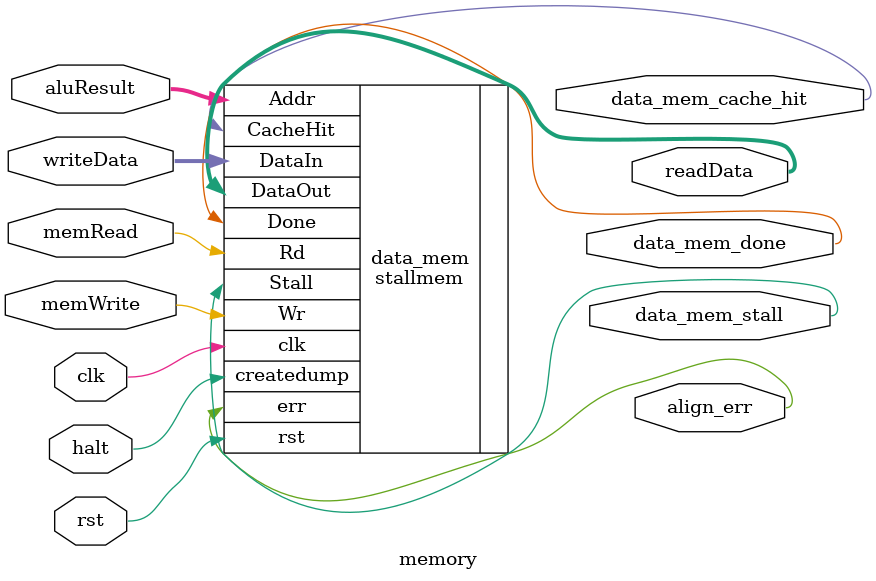
<source format=v>
/*
   CS/ECE 552 Spring '22
  
   Filename        : memory.v
   Description     : This module contains all components in the Memory stage of the 
                     processor.
*/
`default_nettype none
module memory (clk, rst, aluResult, writeData, memWrite, memRead, halt, readData, align_err, data_mem_done, data_mem_stall, data_mem_cache_hit);

   input wire          clk;
   input wire          rst;
   input wire [15:0]   aluResult;   // aluResult to memory
   input wire [15:0]   writeData;   // Data to write into the ALU
   input wire          memWrite;    // Controls if memory writes
   input wire          memRead;     // Controls if memory reads
   input wire          halt;        // Dumps the memory to a file

   output wire [15:0]  readData;    // Read data from memory
   output wire         align_err;   // error if unaligned word access occurs
   output wire         data_mem_done;  
   output wire         data_mem_stall;  
   output wire         data_mem_cache_hit;  

   // Enable on reading and writing
   wire memReadorWrite;
   assign memReadorWrite = memWrite | memRead;

   // wire memRead_prev, memRead_int, memWrite_prev, memWrite_int;
   // wire [15:0] aluResult_prev, addr_int, writeData_prev, writeData_int;

   // register #(.REGISTER_WIDTH(1)) iMEMREAD_PREV(.clk(clk), .rst(rst), .writeEn(1'b1), .writeData(memRead), .readData(memRead_prev));
   // register #(.REGISTER_WIDTH(1)) iMEMWRITE_PREV(.clk(clk), .rst(rst), .writeEn(1'b1), .writeData(memWrite), .readData(memWrite_prev));
   // register iALURESULT_PREV(.clk(clk), .rst(rst), .writeEn(1'b1), .writeData(aluResult), .readData(aluResult_prev));
   // register iWRITEDATA_PREV(.clk(clk), .rst(rst), .writeEn(1'b1), .writeData(writeData), .readData(writeData_prev));

   // assign memRead_int = (data_mem_stall) ? memRead_prev : memRead;
   // assign memWrite_int = (data_mem_stall) ? memWrite_prev : memWrite;
   // assign addr_int = (data_mem_stall) ? aluResult_prev : aluResult;
   // assign writeData_int = (data_mem_stall) ? writeData_prev : writeData;

   // memory2c_align iMEMORY( // output wires
   //                   .data_out(readData), 
   //                   .err(align_err),
   //                   // input wires
   //                   .data_in(writeData), 
   //                   .addr(aluResult), 
   //                   .enable(memReadorWrite), 
   //                   .wr(memWrite), 
   //                   .createdump(halt), 
   //                   .clk(clk), 
   //                   .rst(rst));
   // mem_system #(1) data_mem(// Outputs
   stallmem data_mem(// Outputs
                      .DataOut(readData), 
                      .Done(data_mem_done), 
                      .Stall(data_mem_stall), 
                      .CacheHit(data_mem_cache_hit), 
                      .err(align_err), 
                      // Inputs
                      .Addr(aluResult), // addr_int
                      .DataIn(writeData), // writeData_int
                      .Rd(memRead), // memRead_int
                      .Wr(memWrite), // memWrite_int
                      .createdump(halt), 
                      .clk(clk), 
                      .rst(rst));
   
endmodule
`default_nettype wire

</source>
